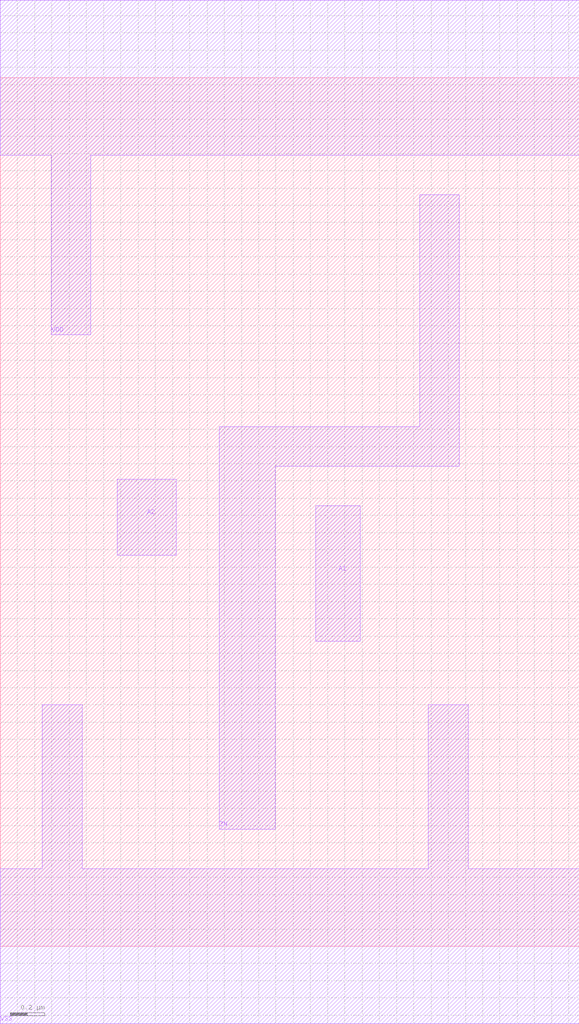
<source format=lef>
# Copyright 2022 GlobalFoundries PDK Authors
#
# Licensed under the Apache License, Version 2.0 (the "License");
# you may not use this file except in compliance with the License.
# You may obtain a copy of the License at
#
#      http://www.apache.org/licenses/LICENSE-2.0
#
# Unless required by applicable law or agreed to in writing, software
# distributed under the License is distributed on an "AS IS" BASIS,
# WITHOUT WARRANTIES OR CONDITIONS OF ANY KIND, either express or implied.
# See the License for the specific language governing permissions and
# limitations under the License.

MACRO gf180mcu_fd_sc_mcu9t5v0__nor2_1
  CLASS core ;
  FOREIGN gf180mcu_fd_sc_mcu9t5v0__nor2_1 0.0 0.0 ;
  ORIGIN 0 0 ;
  SYMMETRY X Y ;
  SITE GF018hv5v_green_sc9 ;
  SIZE 3.36 BY 5.04 ;
  PIN A1
    DIRECTION INPUT ;
    ANTENNAGATEAREA 1.467 ;
    PORT
      LAYER Metal1 ;
        POLYGON 1.83 1.77 2.09 1.77 2.09 2.555 1.83 2.555  ;
    END
  END A1
  PIN A2
    DIRECTION INPUT ;
    ANTENNAGATEAREA 1.467 ;
    PORT
      LAYER Metal1 ;
        POLYGON 0.68 2.27 1.02 2.27 1.02 2.71 0.68 2.71  ;
    END
  END A2
  PIN ZN
    DIRECTION OUTPUT ;
    ANTENNADIFFAREA 1.2836 ;
    PORT
      LAYER Metal1 ;
        POLYGON 1.27 0.68 1.595 0.68 1.595 2.785 2.665 2.785 2.665 4.36 2.435 4.36 2.435 3.015 1.27 3.015  ;
    END
  END ZN
  PIN VDD
    DIRECTION INOUT ;
    USE power ;
    SHAPE ABUTMENT ;
    PORT
      LAYER Metal1 ;
        POLYGON 0 4.59 0.295 4.59 0.295 3.55 0.525 3.55 0.525 4.59 3.36 4.59 3.36 5.49 0 5.49  ;
    END
  END VDD
  PIN VSS
    DIRECTION INOUT ;
    USE ground ;
    SHAPE ABUTMENT ;
    PORT
      LAYER Metal1 ;
        POLYGON 0 -0.45 3.36 -0.45 3.36 0.45 2.715 0.45 2.715 1.4 2.485 1.4 2.485 0.45 0.475 0.45 0.475 1.4 0.245 1.4 0.245 0.45 0 0.45  ;
    END
  END VSS
END gf180mcu_fd_sc_mcu9t5v0__nor2_1

</source>
